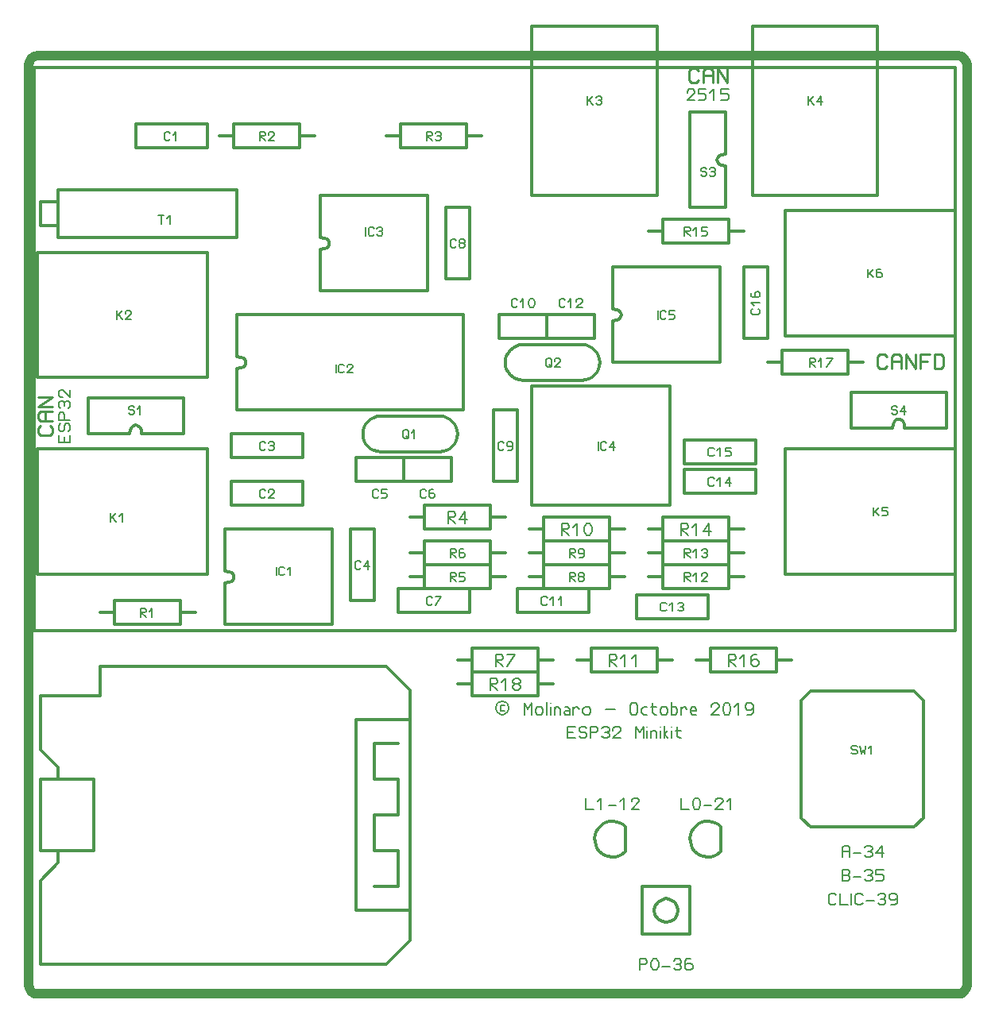
<source format=gto>
%FSLAX24Y24*%
%MOIN*%
%ADD10C,0.0060*%
%ADD11C,0.0079*%
%ADD12C,0.0099*%
%ADD13C,0.0139*%
%ADD14C,0.0394*%
D10*
G01X26761Y16130D02*
X26702Y16071D01*
X26702Y16071D02*
X26583Y16071D01*
X26583Y16071D02*
X26523Y16130D01*
X26523Y16130D02*
X26523Y16369D01*
X26523Y16369D02*
X26583Y16428D01*
X26583Y16428D02*
X26702Y16428D01*
X26702Y16428D02*
X26761Y16369D01*
X27000Y16071D02*
X27000Y16428D01*
X27000Y16428D02*
X26880Y16309D01*
X27238Y16369D02*
X27297Y16428D01*
X27297Y16428D02*
X27416Y16428D01*
X27416Y16428D02*
X27476Y16369D01*
X27476Y16369D02*
X27476Y16309D01*
X27476Y16309D02*
X27416Y16250D01*
X27416Y16250D02*
X27327Y16250D01*
X27416Y16250D02*
X27476Y16190D01*
X27476Y16190D02*
X27476Y16130D01*
X27476Y16130D02*
X27416Y16071D01*
X27416Y16071D02*
X27297Y16071D01*
X27297Y16071D02*
X27238Y16130D01*
X35202Y30071D02*
X35202Y30428D01*
X35202Y30190D02*
X35440Y30428D01*
X35261Y30250D02*
X35440Y30071D01*
X35738Y30428D02*
X35619Y30428D01*
X35619Y30428D02*
X35559Y30369D01*
X35559Y30369D02*
X35559Y30130D01*
X35559Y30130D02*
X35619Y30071D01*
X35619Y30071D02*
X35738Y30071D01*
X35738Y30071D02*
X35797Y30130D01*
X35797Y30130D02*
X35797Y30220D01*
X35797Y30220D02*
X35738Y30279D01*
X35738Y30279D02*
X35619Y30279D01*
X35619Y30279D02*
X35559Y30220D01*
X10392Y17571D02*
X10392Y17928D01*
X10750Y17630D02*
X10690Y17571D01*
X10690Y17571D02*
X10571Y17571D01*
X10571Y17571D02*
X10511Y17630D01*
X10511Y17630D02*
X10511Y17869D01*
X10511Y17869D02*
X10571Y17928D01*
X10571Y17928D02*
X10690Y17928D01*
X10690Y17928D02*
X10750Y17869D01*
X10988Y17571D02*
X10988Y17928D01*
X10988Y17928D02*
X10869Y17809D01*
X17702Y17321D02*
X17702Y17678D01*
X17702Y17678D02*
X17880Y17678D01*
X17880Y17678D02*
X17940Y17619D01*
X17940Y17619D02*
X17940Y17559D01*
X17940Y17559D02*
X17880Y17500D01*
X17880Y17500D02*
X17702Y17500D01*
X17702Y17500D02*
X17940Y17321D01*
X18059Y17678D02*
X18297Y17678D01*
X18059Y17678D02*
X18059Y17529D01*
X18059Y17529D02*
X18238Y17529D01*
X18238Y17529D02*
X18297Y17470D01*
X18297Y17470D02*
X18297Y17380D01*
X18297Y17380D02*
X18238Y17321D01*
X18238Y17321D02*
X18059Y17321D01*
X9940Y22880D02*
X9880Y22821D01*
X9880Y22821D02*
X9761Y22821D01*
X9761Y22821D02*
X9702Y22880D01*
X9702Y22880D02*
X9702Y23119D01*
X9702Y23119D02*
X9761Y23178D01*
X9761Y23178D02*
X9880Y23178D01*
X9880Y23178D02*
X9940Y23119D01*
X10059Y23119D02*
X10119Y23178D01*
X10119Y23178D02*
X10238Y23178D01*
X10238Y23178D02*
X10297Y23119D01*
X10297Y23119D02*
X10297Y23059D01*
X10297Y23059D02*
X10238Y23000D01*
X10238Y23000D02*
X10148Y23000D01*
X10238Y23000D02*
X10297Y22940D01*
X10297Y22940D02*
X10297Y22880D01*
X10297Y22880D02*
X10238Y22821D01*
X10238Y22821D02*
X10119Y22821D01*
X10119Y22821D02*
X10059Y22880D01*
X28202Y34380D02*
X28261Y34321D01*
X28261Y34321D02*
X28380Y34321D01*
X28380Y34321D02*
X28440Y34380D01*
X28440Y34380D02*
X28440Y34440D01*
X28440Y34440D02*
X28380Y34500D01*
X28380Y34500D02*
X28261Y34500D01*
X28380Y34678D02*
X28440Y34619D01*
X28261Y34678D02*
X28380Y34678D01*
X28202Y34619D02*
X28261Y34678D01*
X28202Y34559D02*
X28202Y34619D01*
X28261Y34500D02*
X28202Y34559D01*
X28559Y34619D02*
X28619Y34678D01*
X28619Y34678D02*
X28738Y34678D01*
X28738Y34678D02*
X28797Y34619D01*
X28797Y34619D02*
X28797Y34559D01*
X28797Y34559D02*
X28738Y34500D01*
X28738Y34500D02*
X28648Y34500D01*
X28738Y34500D02*
X28797Y34440D01*
X28797Y34440D02*
X28797Y34380D01*
X28797Y34380D02*
X28738Y34321D01*
X28738Y34321D02*
X28619Y34321D01*
X28619Y34321D02*
X28559Y34380D01*
X16702Y35821D02*
X16702Y36178D01*
X16702Y36178D02*
X16880Y36178D01*
X16880Y36178D02*
X16940Y36119D01*
X16940Y36119D02*
X16940Y36059D01*
X16940Y36059D02*
X16880Y36000D01*
X16880Y36000D02*
X16702Y36000D01*
X16702Y36000D02*
X16940Y35821D01*
X17059Y36119D02*
X17119Y36178D01*
X17119Y36178D02*
X17238Y36178D01*
X17238Y36178D02*
X17297Y36119D01*
X17297Y36119D02*
X17297Y36059D01*
X17297Y36059D02*
X17238Y36000D01*
X17238Y36000D02*
X17148Y36000D01*
X17238Y36000D02*
X17297Y35940D01*
X17297Y35940D02*
X17297Y35880D01*
X17297Y35880D02*
X17238Y35821D01*
X17238Y35821D02*
X17119Y35821D01*
X17119Y35821D02*
X17059Y35880D01*
X5940Y35880D02*
X5880Y35821D01*
X5880Y35821D02*
X5761Y35821D01*
X5761Y35821D02*
X5702Y35880D01*
X5702Y35880D02*
X5702Y36119D01*
X5702Y36119D02*
X5761Y36178D01*
X5761Y36178D02*
X5880Y36178D01*
X5880Y36178D02*
X5940Y36119D01*
X6178Y35821D02*
X6178Y36178D01*
X6178Y36178D02*
X6059Y36059D01*
X5571Y32321D02*
X5571Y32678D01*
X5452Y32678D02*
X5690Y32678D01*
X5928Y32321D02*
X5928Y32678D01*
X5928Y32678D02*
X5809Y32559D01*
X27523Y18321D02*
X27523Y18678D01*
X27523Y18678D02*
X27702Y18678D01*
X27702Y18678D02*
X27761Y18619D01*
X27761Y18619D02*
X27761Y18559D01*
X27761Y18559D02*
X27702Y18500D01*
X27702Y18500D02*
X27523Y18500D01*
X27523Y18500D02*
X27761Y18321D01*
X28000Y18321D02*
X28000Y18678D01*
X28000Y18678D02*
X27880Y18559D01*
X28238Y18619D02*
X28297Y18678D01*
X28297Y18678D02*
X28416Y18678D01*
X28416Y18678D02*
X28476Y18619D01*
X28476Y18619D02*
X28476Y18559D01*
X28476Y18559D02*
X28416Y18500D01*
X28416Y18500D02*
X28327Y18500D01*
X28416Y18500D02*
X28476Y18440D01*
X28476Y18440D02*
X28476Y18380D01*
X28476Y18380D02*
X28416Y18321D01*
X28416Y18321D02*
X28297Y18321D01*
X28297Y18321D02*
X28238Y18380D01*
X23892Y22821D02*
X23892Y23178D01*
X24250Y22880D02*
X24190Y22821D01*
X24190Y22821D02*
X24071Y22821D01*
X24071Y22821D02*
X24011Y22880D01*
X24011Y22880D02*
X24011Y23119D01*
X24011Y23119D02*
X24071Y23178D01*
X24071Y23178D02*
X24190Y23178D01*
X24190Y23178D02*
X24250Y23119D01*
X24547Y22821D02*
X24547Y23178D01*
X24547Y23178D02*
X24369Y22940D01*
X24369Y22940D02*
X24607Y22940D01*
X17702Y18321D02*
X17702Y18678D01*
X17702Y18678D02*
X17880Y18678D01*
X17880Y18678D02*
X17940Y18619D01*
X17940Y18619D02*
X17940Y18559D01*
X17940Y18559D02*
X17880Y18500D01*
X17880Y18500D02*
X17702Y18500D01*
X17702Y18500D02*
X17940Y18321D01*
X18238Y18678D02*
X18119Y18678D01*
X18119Y18678D02*
X18059Y18619D01*
X18059Y18619D02*
X18059Y18380D01*
X18059Y18380D02*
X18119Y18321D01*
X18119Y18321D02*
X18238Y18321D01*
X18238Y18321D02*
X18297Y18380D01*
X18297Y18380D02*
X18297Y18470D01*
X18297Y18470D02*
X18238Y18529D01*
X18238Y18529D02*
X18119Y18529D01*
X18119Y18529D02*
X18059Y18470D01*
X4702Y15821D02*
X4702Y16178D01*
X4702Y16178D02*
X4880Y16178D01*
X4880Y16178D02*
X4940Y16119D01*
X4940Y16119D02*
X4940Y16059D01*
X4940Y16059D02*
X4880Y16000D01*
X4880Y16000D02*
X4702Y16000D01*
X4702Y16000D02*
X4940Y15821D01*
X5178Y15821D02*
X5178Y16178D01*
X5178Y16178D02*
X5059Y16059D01*
X22702Y17321D02*
X22702Y17678D01*
X22702Y17678D02*
X22880Y17678D01*
X22880Y17678D02*
X22940Y17619D01*
X22940Y17619D02*
X22940Y17559D01*
X22940Y17559D02*
X22880Y17500D01*
X22880Y17500D02*
X22702Y17500D01*
X22702Y17500D02*
X22940Y17321D01*
X23119Y17321D02*
X23059Y17380D01*
X23059Y17380D02*
X23059Y17440D01*
X23059Y17440D02*
X23119Y17500D01*
X23119Y17500D02*
X23238Y17500D01*
X23238Y17500D02*
X23297Y17559D01*
X23297Y17559D02*
X23297Y17619D01*
X23297Y17619D02*
X23238Y17678D01*
X23238Y17678D02*
X23119Y17678D01*
X23119Y17678D02*
X23059Y17619D01*
X23059Y17619D02*
X23059Y17559D01*
X23059Y17559D02*
X23119Y17500D01*
X23238Y17500D02*
X23297Y17440D01*
X23297Y17440D02*
X23297Y17380D01*
X23297Y17380D02*
X23238Y17321D01*
X23238Y17321D02*
X23119Y17321D01*
X32702Y37321D02*
X32702Y37678D01*
X32702Y37440D02*
X32940Y37678D01*
X32761Y37500D02*
X32940Y37321D01*
X33238Y37321D02*
X33238Y37678D01*
X33238Y37678D02*
X33059Y37440D01*
X33059Y37440D02*
X33297Y37440D01*
X16690Y20880D02*
X16630Y20821D01*
X16630Y20821D02*
X16511Y20821D01*
X16511Y20821D02*
X16452Y20880D01*
X16452Y20880D02*
X16452Y21119D01*
X16452Y21119D02*
X16511Y21178D01*
X16511Y21178D02*
X16630Y21178D01*
X16630Y21178D02*
X16690Y21119D01*
X16988Y21178D02*
X16869Y21178D01*
X16869Y21178D02*
X16809Y21119D01*
X16809Y21119D02*
X16809Y20880D01*
X16809Y20880D02*
X16869Y20821D01*
X16869Y20821D02*
X16988Y20821D01*
X16988Y20821D02*
X17047Y20880D01*
X17047Y20880D02*
X17047Y20970D01*
X17047Y20970D02*
X16988Y21029D01*
X16988Y21029D02*
X16869Y21029D01*
X16869Y21029D02*
X16809Y20970D01*
X9940Y20880D02*
X9880Y20821D01*
X9880Y20821D02*
X9761Y20821D01*
X9761Y20821D02*
X9702Y20880D01*
X9702Y20880D02*
X9702Y21119D01*
X9702Y21119D02*
X9761Y21178D01*
X9761Y21178D02*
X9880Y21178D01*
X9880Y21178D02*
X9940Y21119D01*
X10059Y21059D02*
X10059Y21119D01*
X10059Y21119D02*
X10119Y21178D01*
X10119Y21178D02*
X10238Y21178D01*
X10238Y21178D02*
X10297Y21119D01*
X10297Y21119D02*
X10297Y21059D01*
X10297Y21059D02*
X10059Y20821D01*
X10059Y20821D02*
X10297Y20821D01*
X3702Y28321D02*
X3702Y28678D01*
X3702Y28440D02*
X3940Y28678D01*
X3761Y28500D02*
X3940Y28321D01*
X4059Y28559D02*
X4059Y28619D01*
X4059Y28619D02*
X4119Y28678D01*
X4119Y28678D02*
X4238Y28678D01*
X4238Y28678D02*
X4297Y28619D01*
X4297Y28619D02*
X4297Y28559D01*
X4297Y28559D02*
X4059Y28321D01*
X4059Y28321D02*
X4297Y28321D01*
X27523Y31821D02*
X27523Y32178D01*
X27523Y32178D02*
X27702Y32178D01*
X27702Y32178D02*
X27761Y32119D01*
X27761Y32119D02*
X27761Y32059D01*
X27761Y32059D02*
X27702Y32000D01*
X27702Y32000D02*
X27523Y32000D01*
X27523Y32000D02*
X27761Y31821D01*
X28000Y31821D02*
X28000Y32178D01*
X28000Y32178D02*
X27880Y32059D01*
X28238Y32178D02*
X28476Y32178D01*
X28238Y32178D02*
X28238Y32029D01*
X28238Y32029D02*
X28416Y32029D01*
X28416Y32029D02*
X28476Y31970D01*
X28476Y31970D02*
X28476Y31880D01*
X28476Y31880D02*
X28416Y31821D01*
X28416Y31821D02*
X28238Y31821D01*
X15702Y23380D02*
X15702Y23619D01*
X15702Y23619D02*
X15761Y23678D01*
X15761Y23678D02*
X15880Y23678D01*
X15880Y23678D02*
X15940Y23619D01*
X15940Y23619D02*
X15940Y23380D01*
X15940Y23380D02*
X15880Y23321D01*
X15880Y23321D02*
X15761Y23321D01*
X15761Y23321D02*
X15702Y23380D01*
X15851Y23410D02*
X15940Y23321D01*
X16178Y23321D02*
X16178Y23678D01*
X16178Y23678D02*
X16059Y23559D01*
X4202Y24380D02*
X4261Y24321D01*
X4261Y24321D02*
X4380Y24321D01*
X4380Y24321D02*
X4440Y24380D01*
X4440Y24380D02*
X4440Y24440D01*
X4440Y24440D02*
X4380Y24500D01*
X4380Y24500D02*
X4261Y24500D01*
X4380Y24678D02*
X4440Y24619D01*
X4261Y24678D02*
X4380Y24678D01*
X4202Y24619D02*
X4261Y24678D01*
X4202Y24559D02*
X4202Y24619D01*
X4261Y24500D02*
X4202Y24559D01*
X4678Y24321D02*
X4678Y24678D01*
X4678Y24678D02*
X4559Y24559D01*
X26392Y28321D02*
X26392Y28678D01*
X26750Y28380D02*
X26690Y28321D01*
X26690Y28321D02*
X26571Y28321D01*
X26571Y28321D02*
X26511Y28380D01*
X26511Y28380D02*
X26511Y28619D01*
X26511Y28619D02*
X26571Y28678D01*
X26571Y28678D02*
X26690Y28678D01*
X26690Y28678D02*
X26750Y28619D01*
X26869Y28678D02*
X27107Y28678D01*
X26869Y28678D02*
X26869Y28529D01*
X26869Y28529D02*
X27047Y28529D01*
X27047Y28529D02*
X27107Y28470D01*
X27107Y28470D02*
X27107Y28380D01*
X27107Y28380D02*
X27047Y28321D01*
X27047Y28321D02*
X26869Y28321D01*
X12892Y26071D02*
X12892Y26428D01*
X13250Y26130D02*
X13190Y26071D01*
X13190Y26071D02*
X13071Y26071D01*
X13071Y26071D02*
X13011Y26130D01*
X13011Y26130D02*
X13011Y26369D01*
X13011Y26369D02*
X13071Y26428D01*
X13071Y26428D02*
X13190Y26428D01*
X13190Y26428D02*
X13250Y26369D01*
X13369Y26309D02*
X13369Y26369D01*
X13369Y26369D02*
X13428Y26428D01*
X13428Y26428D02*
X13547Y26428D01*
X13547Y26428D02*
X13607Y26369D01*
X13607Y26369D02*
X13607Y26309D01*
X13607Y26309D02*
X13369Y26071D01*
X13369Y26071D02*
X13607Y26071D01*
X21702Y26380D02*
X21702Y26619D01*
X21702Y26619D02*
X21761Y26678D01*
X21761Y26678D02*
X21880Y26678D01*
X21880Y26678D02*
X21940Y26619D01*
X21940Y26619D02*
X21940Y26380D01*
X21940Y26380D02*
X21880Y26321D01*
X21880Y26321D02*
X21761Y26321D01*
X21761Y26321D02*
X21702Y26380D01*
X21851Y26410D02*
X21940Y26321D01*
X22059Y26559D02*
X22059Y26619D01*
X22059Y26619D02*
X22119Y26678D01*
X22119Y26678D02*
X22238Y26678D01*
X22238Y26678D02*
X22297Y26619D01*
X22297Y26619D02*
X22297Y26559D01*
X22297Y26559D02*
X22059Y26321D01*
X22059Y26321D02*
X22297Y26321D01*
X21761Y16380D02*
X21702Y16321D01*
X21702Y16321D02*
X21583Y16321D01*
X21583Y16321D02*
X21523Y16380D01*
X21523Y16380D02*
X21523Y16619D01*
X21523Y16619D02*
X21583Y16678D01*
X21583Y16678D02*
X21702Y16678D01*
X21702Y16678D02*
X21761Y16619D01*
X22000Y16321D02*
X22000Y16678D01*
X22000Y16678D02*
X21880Y16559D01*
X22357Y16321D02*
X22357Y16678D01*
X22357Y16678D02*
X22238Y16559D01*
X27523Y17321D02*
X27523Y17678D01*
X27523Y17678D02*
X27702Y17678D01*
X27702Y17678D02*
X27761Y17619D01*
X27761Y17619D02*
X27761Y17559D01*
X27761Y17559D02*
X27702Y17500D01*
X27702Y17500D02*
X27523Y17500D01*
X27523Y17500D02*
X27761Y17321D01*
X28000Y17321D02*
X28000Y17678D01*
X28000Y17678D02*
X27880Y17559D01*
X28238Y17559D02*
X28238Y17619D01*
X28238Y17619D02*
X28297Y17678D01*
X28297Y17678D02*
X28416Y17678D01*
X28416Y17678D02*
X28476Y17619D01*
X28476Y17619D02*
X28476Y17559D01*
X28476Y17559D02*
X28238Y17321D01*
X28238Y17321D02*
X28476Y17321D01*
X14690Y20880D02*
X14630Y20821D01*
X14630Y20821D02*
X14511Y20821D01*
X14511Y20821D02*
X14452Y20880D01*
X14452Y20880D02*
X14452Y21119D01*
X14452Y21119D02*
X14511Y21178D01*
X14511Y21178D02*
X14630Y21178D01*
X14630Y21178D02*
X14690Y21119D01*
X14809Y21178D02*
X15047Y21178D01*
X14809Y21178D02*
X14809Y21029D01*
X14809Y21029D02*
X14988Y21029D01*
X14988Y21029D02*
X15047Y20970D01*
X15047Y20970D02*
X15047Y20880D01*
X15047Y20880D02*
X14988Y20821D01*
X14988Y20821D02*
X14809Y20821D01*
X19940Y22880D02*
X19880Y22821D01*
X19880Y22821D02*
X19761Y22821D01*
X19761Y22821D02*
X19702Y22880D01*
X19702Y22880D02*
X19702Y23119D01*
X19702Y23119D02*
X19761Y23178D01*
X19761Y23178D02*
X19880Y23178D01*
X19880Y23178D02*
X19940Y23119D01*
X20119Y22821D02*
X20238Y22821D01*
X20238Y22821D02*
X20297Y22880D01*
X20297Y22880D02*
X20297Y23119D01*
X20297Y23119D02*
X20238Y23178D01*
X20238Y23178D02*
X20119Y23178D01*
X20119Y23178D02*
X20059Y23119D01*
X20059Y23119D02*
X20059Y23029D01*
X20059Y23029D02*
X20119Y22970D01*
X20119Y22970D02*
X20238Y22970D01*
X20238Y22970D02*
X20297Y23029D01*
X32773Y26321D02*
X32773Y26678D01*
X32773Y26678D02*
X32952Y26678D01*
X32952Y26678D02*
X33011Y26619D01*
X33011Y26619D02*
X33011Y26559D01*
X33011Y26559D02*
X32952Y26500D01*
X32952Y26500D02*
X32773Y26500D01*
X32773Y26500D02*
X33011Y26321D01*
X33250Y26321D02*
X33250Y26678D01*
X33250Y26678D02*
X33130Y26559D01*
X33488Y26678D02*
X33726Y26678D01*
X33726Y26678D02*
X33488Y26321D01*
X3452Y19821D02*
X3452Y20178D01*
X3452Y19940D02*
X3690Y20178D01*
X3511Y20000D02*
X3690Y19821D01*
X3928Y19821D02*
X3928Y20178D01*
X3928Y20178D02*
X3809Y20059D01*
X20511Y28880D02*
X20452Y28821D01*
X20452Y28821D02*
X20333Y28821D01*
X20333Y28821D02*
X20273Y28880D01*
X20273Y28880D02*
X20273Y29119D01*
X20273Y29119D02*
X20333Y29178D01*
X20333Y29178D02*
X20452Y29178D01*
X20452Y29178D02*
X20511Y29119D01*
X20750Y28821D02*
X20750Y29178D01*
X20750Y29178D02*
X20630Y29059D01*
X21047Y28821D02*
X20988Y28940D01*
X20988Y28940D02*
X20988Y29059D01*
X20988Y29059D02*
X21047Y29178D01*
X21047Y29178D02*
X21166Y29178D01*
X21166Y29178D02*
X21226Y29059D01*
X21226Y29059D02*
X21226Y28940D01*
X21226Y28940D02*
X21166Y28821D01*
X21166Y28821D02*
X21047Y28821D01*
X16940Y16380D02*
X16880Y16321D01*
X16880Y16321D02*
X16761Y16321D01*
X16761Y16321D02*
X16702Y16380D01*
X16702Y16380D02*
X16702Y16619D01*
X16702Y16619D02*
X16761Y16678D01*
X16761Y16678D02*
X16880Y16678D01*
X16880Y16678D02*
X16940Y16619D01*
X17059Y16678D02*
X17297Y16678D01*
X17297Y16678D02*
X17059Y16321D01*
X36202Y24380D02*
X36261Y24321D01*
X36261Y24321D02*
X36380Y24321D01*
X36380Y24321D02*
X36440Y24380D01*
X36440Y24380D02*
X36440Y24440D01*
X36440Y24440D02*
X36380Y24500D01*
X36380Y24500D02*
X36261Y24500D01*
X36380Y24678D02*
X36440Y24619D01*
X36261Y24678D02*
X36380Y24678D01*
X36202Y24619D02*
X36261Y24678D01*
X36202Y24559D02*
X36202Y24619D01*
X36261Y24500D02*
X36202Y24559D01*
X36738Y24321D02*
X36738Y24678D01*
X36738Y24678D02*
X36559Y24440D01*
X36559Y24440D02*
X36797Y24440D01*
X28761Y22630D02*
X28702Y22571D01*
X28702Y22571D02*
X28583Y22571D01*
X28583Y22571D02*
X28523Y22630D01*
X28523Y22630D02*
X28523Y22869D01*
X28523Y22869D02*
X28583Y22928D01*
X28583Y22928D02*
X28702Y22928D01*
X28702Y22928D02*
X28761Y22869D01*
X29000Y22571D02*
X29000Y22928D01*
X29000Y22928D02*
X28880Y22809D01*
X29238Y22928D02*
X29476Y22928D01*
X29238Y22928D02*
X29238Y22779D01*
X29238Y22779D02*
X29416Y22779D01*
X29416Y22779D02*
X29476Y22720D01*
X29476Y22720D02*
X29476Y22630D01*
X29476Y22630D02*
X29416Y22571D01*
X29416Y22571D02*
X29238Y22571D01*
X13940Y17880D02*
X13880Y17821D01*
X13880Y17821D02*
X13761Y17821D01*
X13761Y17821D02*
X13702Y17880D01*
X13702Y17880D02*
X13702Y18119D01*
X13702Y18119D02*
X13761Y18178D01*
X13761Y18178D02*
X13880Y18178D01*
X13880Y18178D02*
X13940Y18119D01*
X14238Y17821D02*
X14238Y18178D01*
X14238Y18178D02*
X14059Y17940D01*
X14059Y17940D02*
X14297Y17940D01*
X14142Y31821D02*
X14142Y32178D01*
X14500Y31880D02*
X14440Y31821D01*
X14440Y31821D02*
X14321Y31821D01*
X14321Y31821D02*
X14261Y31880D01*
X14261Y31880D02*
X14261Y32119D01*
X14261Y32119D02*
X14321Y32178D01*
X14321Y32178D02*
X14440Y32178D01*
X14440Y32178D02*
X14500Y32119D01*
X14619Y32119D02*
X14678Y32178D01*
X14678Y32178D02*
X14797Y32178D01*
X14797Y32178D02*
X14857Y32119D01*
X14857Y32119D02*
X14857Y32059D01*
X14857Y32059D02*
X14797Y32000D01*
X14797Y32000D02*
X14708Y32000D01*
X14797Y32000D02*
X14857Y31940D01*
X14857Y31940D02*
X14857Y31880D01*
X14857Y31880D02*
X14797Y31821D01*
X14797Y31821D02*
X14678Y31821D01*
X14678Y31821D02*
X14619Y31880D01*
X30619Y28761D02*
X30678Y28702D01*
X30678Y28702D02*
X30678Y28583D01*
X30678Y28583D02*
X30619Y28523D01*
X30619Y28523D02*
X30380Y28523D01*
X30380Y28523D02*
X30321Y28583D01*
X30321Y28583D02*
X30321Y28702D01*
X30321Y28702D02*
X30380Y28761D01*
X30678Y29000D02*
X30321Y29000D01*
X30321Y29000D02*
X30440Y28880D01*
X30321Y29416D02*
X30321Y29297D01*
X30321Y29297D02*
X30380Y29238D01*
X30380Y29238D02*
X30619Y29238D01*
X30619Y29238D02*
X30678Y29297D01*
X30678Y29297D02*
X30678Y29416D01*
X30678Y29416D02*
X30619Y29476D01*
X30619Y29476D02*
X30529Y29476D01*
X30529Y29476D02*
X30470Y29416D01*
X30470Y29416D02*
X30470Y29297D01*
X30470Y29297D02*
X30529Y29238D01*
X35452Y20071D02*
X35452Y20428D01*
X35452Y20190D02*
X35690Y20428D01*
X35511Y20250D02*
X35690Y20071D01*
X35809Y20428D02*
X36047Y20428D01*
X35809Y20428D02*
X35809Y20279D01*
X35809Y20279D02*
X35988Y20279D01*
X35988Y20279D02*
X36047Y20220D01*
X36047Y20220D02*
X36047Y20130D01*
X36047Y20130D02*
X35988Y20071D01*
X35988Y20071D02*
X35809Y20071D01*
X28761Y21380D02*
X28702Y21321D01*
X28702Y21321D02*
X28583Y21321D01*
X28583Y21321D02*
X28523Y21380D01*
X28523Y21380D02*
X28523Y21619D01*
X28523Y21619D02*
X28583Y21678D01*
X28583Y21678D02*
X28702Y21678D01*
X28702Y21678D02*
X28761Y21619D01*
X29000Y21321D02*
X29000Y21678D01*
X29000Y21678D02*
X28880Y21559D01*
X29416Y21321D02*
X29416Y21678D01*
X29416Y21678D02*
X29238Y21440D01*
X29238Y21440D02*
X29476Y21440D01*
X22702Y18321D02*
X22702Y18678D01*
X22702Y18678D02*
X22880Y18678D01*
X22880Y18678D02*
X22940Y18619D01*
X22940Y18619D02*
X22940Y18559D01*
X22940Y18559D02*
X22880Y18500D01*
X22880Y18500D02*
X22702Y18500D01*
X22702Y18500D02*
X22940Y18321D01*
X23119Y18321D02*
X23238Y18321D01*
X23238Y18321D02*
X23297Y18380D01*
X23297Y18380D02*
X23297Y18619D01*
X23297Y18619D02*
X23238Y18678D01*
X23238Y18678D02*
X23119Y18678D01*
X23119Y18678D02*
X23059Y18619D01*
X23059Y18619D02*
X23059Y18529D01*
X23059Y18529D02*
X23119Y18470D01*
X23119Y18470D02*
X23238Y18470D01*
X23238Y18470D02*
X23297Y18529D01*
X9702Y35821D02*
X9702Y36178D01*
X9702Y36178D02*
X9880Y36178D01*
X9880Y36178D02*
X9940Y36119D01*
X9940Y36119D02*
X9940Y36059D01*
X9940Y36059D02*
X9880Y36000D01*
X9880Y36000D02*
X9702Y36000D01*
X9702Y36000D02*
X9940Y35821D01*
X10059Y36059D02*
X10059Y36119D01*
X10059Y36119D02*
X10119Y36178D01*
X10119Y36178D02*
X10238Y36178D01*
X10238Y36178D02*
X10297Y36119D01*
X10297Y36119D02*
X10297Y36059D01*
X10297Y36059D02*
X10059Y35821D01*
X10059Y35821D02*
X10297Y35821D01*
X34523Y10130D02*
X34583Y10071D01*
X34583Y10071D02*
X34702Y10071D01*
X34702Y10071D02*
X34761Y10130D01*
X34761Y10130D02*
X34761Y10190D01*
X34761Y10190D02*
X34702Y10250D01*
X34702Y10250D02*
X34583Y10250D01*
X34702Y10428D02*
X34761Y10369D01*
X34583Y10428D02*
X34702Y10428D01*
X34523Y10369D02*
X34583Y10428D01*
X34523Y10309D02*
X34523Y10369D01*
X34583Y10250D02*
X34523Y10309D01*
X34880Y10428D02*
X34940Y10071D01*
X34940Y10071D02*
X35000Y10250D01*
X35000Y10250D02*
X35059Y10071D01*
X35059Y10071D02*
X35119Y10428D01*
X35357Y10071D02*
X35357Y10428D01*
X35357Y10428D02*
X35238Y10309D01*
X23452Y37321D02*
X23452Y37678D01*
X23452Y37440D02*
X23690Y37678D01*
X23511Y37500D02*
X23690Y37321D01*
X23809Y37619D02*
X23869Y37678D01*
X23869Y37678D02*
X23988Y37678D01*
X23988Y37678D02*
X24047Y37619D01*
X24047Y37619D02*
X24047Y37559D01*
X24047Y37559D02*
X23988Y37500D01*
X23988Y37500D02*
X23898Y37500D01*
X23988Y37500D02*
X24047Y37440D01*
X24047Y37440D02*
X24047Y37380D01*
X24047Y37380D02*
X23988Y37321D01*
X23988Y37321D02*
X23869Y37321D01*
X23869Y37321D02*
X23809Y37380D01*
X22511Y28880D02*
X22452Y28821D01*
X22452Y28821D02*
X22333Y28821D01*
X22333Y28821D02*
X22273Y28880D01*
X22273Y28880D02*
X22273Y29119D01*
X22273Y29119D02*
X22333Y29178D01*
X22333Y29178D02*
X22452Y29178D01*
X22452Y29178D02*
X22511Y29119D01*
X22750Y28821D02*
X22750Y29178D01*
X22750Y29178D02*
X22630Y29059D01*
X22988Y29059D02*
X22988Y29119D01*
X22988Y29119D02*
X23047Y29178D01*
X23047Y29178D02*
X23166Y29178D01*
X23166Y29178D02*
X23226Y29119D01*
X23226Y29119D02*
X23226Y29059D01*
X23226Y29059D02*
X22988Y28821D01*
X22988Y28821D02*
X23226Y28821D01*
X17940Y31380D02*
X17880Y31321D01*
X17880Y31321D02*
X17761Y31321D01*
X17761Y31321D02*
X17702Y31380D01*
X17702Y31380D02*
X17702Y31619D01*
X17702Y31619D02*
X17761Y31678D01*
X17761Y31678D02*
X17880Y31678D01*
X17880Y31678D02*
X17940Y31619D01*
X18119Y31321D02*
X18059Y31380D01*
X18059Y31380D02*
X18059Y31440D01*
X18059Y31440D02*
X18119Y31500D01*
X18119Y31500D02*
X18238Y31500D01*
X18238Y31500D02*
X18297Y31559D01*
X18297Y31559D02*
X18297Y31619D01*
X18297Y31619D02*
X18238Y31678D01*
X18238Y31678D02*
X18119Y31678D01*
X18119Y31678D02*
X18059Y31619D01*
X18059Y31619D02*
X18059Y31559D01*
X18059Y31559D02*
X18119Y31500D01*
X18238Y31500D02*
X18297Y31440D01*
X18297Y31440D02*
X18297Y31380D01*
X18297Y31380D02*
X18238Y31321D01*
X18238Y31321D02*
X18119Y31321D01*
D11*
G01X17603Y19761D02*
X17603Y20238D01*
X17603Y20238D02*
X17841Y20238D01*
X17841Y20238D02*
X17920Y20158D01*
X17920Y20158D02*
X17920Y20079D01*
X17920Y20079D02*
X17841Y20000D01*
X17841Y20000D02*
X17603Y20000D01*
X17603Y20000D02*
X17920Y19761D01*
X18317Y19761D02*
X18317Y20238D01*
X18317Y20238D02*
X18079Y19920D01*
X18079Y19920D02*
X18396Y19920D01*
X27365Y19261D02*
X27365Y19738D01*
X27365Y19738D02*
X27603Y19738D01*
X27603Y19738D02*
X27682Y19658D01*
X27682Y19658D02*
X27682Y19579D01*
X27682Y19579D02*
X27603Y19500D01*
X27603Y19500D02*
X27365Y19500D01*
X27365Y19500D02*
X27682Y19261D01*
X28000Y19261D02*
X28000Y19738D01*
X28000Y19738D02*
X27841Y19579D01*
X28555Y19261D02*
X28555Y19738D01*
X28555Y19738D02*
X28317Y19420D01*
X28317Y19420D02*
X28634Y19420D01*
X22365Y19261D02*
X22365Y19738D01*
X22365Y19738D02*
X22603Y19738D01*
X22603Y19738D02*
X22682Y19658D01*
X22682Y19658D02*
X22682Y19579D01*
X22682Y19579D02*
X22603Y19500D01*
X22603Y19500D02*
X22365Y19500D01*
X22365Y19500D02*
X22682Y19261D01*
X23000Y19261D02*
X23000Y19738D01*
X23000Y19738D02*
X22841Y19579D01*
X23396Y19261D02*
X23317Y19420D01*
X23317Y19420D02*
X23317Y19579D01*
X23317Y19579D02*
X23396Y19738D01*
X23396Y19738D02*
X23555Y19738D01*
X23555Y19738D02*
X23634Y19579D01*
X23634Y19579D02*
X23634Y19420D01*
X23634Y19420D02*
X23555Y19261D01*
X23555Y19261D02*
X23396Y19261D01*
X19603Y13761D02*
X19603Y14238D01*
X19603Y14238D02*
X19841Y14238D01*
X19841Y14238D02*
X19920Y14158D01*
X19920Y14158D02*
X19920Y14079D01*
X19920Y14079D02*
X19841Y14000D01*
X19841Y14000D02*
X19603Y14000D01*
X19603Y14000D02*
X19920Y13761D01*
X20079Y14238D02*
X20396Y14238D01*
X20396Y14238D02*
X20079Y13761D01*
X24365Y13761D02*
X24365Y14238D01*
X24365Y14238D02*
X24603Y14238D01*
X24603Y14238D02*
X24682Y14158D01*
X24682Y14158D02*
X24682Y14079D01*
X24682Y14079D02*
X24603Y14000D01*
X24603Y14000D02*
X24365Y14000D01*
X24365Y14000D02*
X24682Y13761D01*
X25000Y13761D02*
X25000Y14238D01*
X25000Y14238D02*
X24841Y14079D01*
X25476Y13761D02*
X25476Y14238D01*
X25476Y14238D02*
X25317Y14079D01*
X29365Y13761D02*
X29365Y14238D01*
X29365Y14238D02*
X29603Y14238D01*
X29603Y14238D02*
X29682Y14158D01*
X29682Y14158D02*
X29682Y14079D01*
X29682Y14079D02*
X29603Y14000D01*
X29603Y14000D02*
X29365Y14000D01*
X29365Y14000D02*
X29682Y13761D01*
X30000Y13761D02*
X30000Y14238D01*
X30000Y14238D02*
X29841Y14079D01*
X30555Y14238D02*
X30396Y14238D01*
X30396Y14238D02*
X30317Y14158D01*
X30317Y14158D02*
X30317Y13841D01*
X30317Y13841D02*
X30396Y13761D01*
X30396Y13761D02*
X30555Y13761D01*
X30555Y13761D02*
X30634Y13841D01*
X30634Y13841D02*
X30634Y13960D01*
X30634Y13960D02*
X30555Y14039D01*
X30555Y14039D02*
X30396Y14039D01*
X30396Y14039D02*
X30317Y13960D01*
X19365Y12761D02*
X19365Y13238D01*
X19365Y13238D02*
X19603Y13238D01*
X19603Y13238D02*
X19682Y13158D01*
X19682Y13158D02*
X19682Y13079D01*
X19682Y13079D02*
X19603Y13000D01*
X19603Y13000D02*
X19365Y13000D01*
X19365Y13000D02*
X19682Y12761D01*
X20000Y12761D02*
X20000Y13238D01*
X20000Y13238D02*
X19841Y13079D01*
X20396Y12761D02*
X20317Y12841D01*
X20317Y12841D02*
X20317Y12920D01*
X20317Y12920D02*
X20396Y13000D01*
X20396Y13000D02*
X20555Y13000D01*
X20555Y13000D02*
X20634Y13079D01*
X20634Y13079D02*
X20634Y13158D01*
X20634Y13158D02*
X20555Y13238D01*
X20555Y13238D02*
X20396Y13238D01*
X20396Y13238D02*
X20317Y13158D01*
X20317Y13158D02*
X20317Y13079D01*
X20317Y13079D02*
X20396Y13000D01*
X20555Y13000D02*
X20634Y12920D01*
X20634Y12920D02*
X20634Y12841D01*
X20634Y12841D02*
X20555Y12761D01*
X20555Y12761D02*
X20396Y12761D01*
X34126Y4750D02*
X34365Y4750D01*
X34365Y4750D02*
X34444Y4829D01*
X34444Y4829D02*
X34444Y4908D01*
X34444Y4908D02*
X34365Y4988D01*
X34365Y4988D02*
X34126Y4988D01*
X34126Y4750D02*
X34126Y5226D01*
X34126Y5226D02*
X34365Y5226D01*
X34365Y5226D02*
X34444Y5146D01*
X34444Y5146D02*
X34444Y5067D01*
X34444Y5067D02*
X34365Y4988D01*
X34603Y4908D02*
X34920Y4908D01*
X35079Y5146D02*
X35158Y5226D01*
X35158Y5226D02*
X35317Y5226D01*
X35317Y5226D02*
X35396Y5146D01*
X35396Y5146D02*
X35396Y5067D01*
X35396Y5067D02*
X35317Y4988D01*
X35317Y4988D02*
X35198Y4988D01*
X35317Y4988D02*
X35396Y4908D01*
X35396Y4908D02*
X35396Y4829D01*
X35396Y4829D02*
X35317Y4750D01*
X35317Y4750D02*
X35158Y4750D01*
X35158Y4750D02*
X35079Y4829D01*
X35555Y5226D02*
X35873Y5226D01*
X35555Y5226D02*
X35555Y5027D01*
X35555Y5027D02*
X35793Y5027D01*
X35793Y5027D02*
X35873Y4948D01*
X35873Y4948D02*
X35873Y4829D01*
X35873Y4829D02*
X35793Y4750D01*
X35793Y4750D02*
X35555Y4750D01*
X22619Y10742D02*
X22619Y11218D01*
X22619Y11218D02*
X22936Y11218D01*
X22857Y10980D02*
X22619Y10980D01*
X22619Y10742D02*
X22936Y10742D01*
X23095Y10821D02*
X23174Y10742D01*
X23174Y10742D02*
X23333Y10742D01*
X23333Y10742D02*
X23412Y10821D01*
X23412Y10821D02*
X23412Y10900D01*
X23412Y10900D02*
X23333Y10980D01*
X23333Y10980D02*
X23174Y10980D01*
X23333Y11218D02*
X23412Y11138D01*
X23174Y11218D02*
X23333Y11218D01*
X23095Y11138D02*
X23174Y11218D01*
X23095Y11059D02*
X23095Y11138D01*
X23174Y10980D02*
X23095Y11059D01*
X23571Y10742D02*
X23571Y11218D01*
X23571Y11218D02*
X23809Y11218D01*
X23809Y11218D02*
X23888Y11138D01*
X23888Y11138D02*
X23888Y11059D01*
X23888Y11059D02*
X23809Y10980D01*
X23809Y10980D02*
X23571Y10980D01*
X24047Y11138D02*
X24126Y11218D01*
X24126Y11218D02*
X24285Y11218D01*
X24285Y11218D02*
X24365Y11138D01*
X24365Y11138D02*
X24365Y11059D01*
X24365Y11059D02*
X24285Y10980D01*
X24285Y10980D02*
X24166Y10980D01*
X24285Y10980D02*
X24365Y10900D01*
X24365Y10900D02*
X24365Y10821D01*
X24365Y10821D02*
X24285Y10742D01*
X24285Y10742D02*
X24126Y10742D01*
X24126Y10742D02*
X24047Y10821D01*
X24523Y11059D02*
X24523Y11138D01*
X24523Y11138D02*
X24603Y11218D01*
X24603Y11218D02*
X24761Y11218D01*
X24761Y11218D02*
X24841Y11138D01*
X24841Y11138D02*
X24841Y11059D01*
X24841Y11059D02*
X24523Y10742D01*
X24523Y10742D02*
X24841Y10742D01*
X25476Y10742D02*
X25476Y11218D01*
X25476Y11218D02*
X25634Y10980D01*
X25634Y10980D02*
X25793Y11218D01*
X25793Y11218D02*
X25793Y10742D01*
X25952Y10742D02*
X25952Y11059D01*
X25952Y11218D02*
X25952Y11218D01*
X26111Y10742D02*
X26111Y11059D01*
X26111Y10980D02*
X26190Y11059D01*
X26190Y11059D02*
X26269Y11059D01*
X26349Y10980D02*
X26349Y10742D01*
X26269Y11059D02*
X26349Y10980D01*
X26507Y10742D02*
X26507Y11059D01*
X26507Y11218D02*
X26507Y11218D01*
X26666Y10742D02*
X26666Y11257D01*
X26666Y10900D02*
X26825Y11059D01*
X26666Y10900D02*
X26825Y10742D01*
X26984Y10742D02*
X26984Y11059D01*
X26984Y11218D02*
X26984Y11218D01*
X27142Y11059D02*
X27380Y11059D01*
X27222Y11218D02*
X27222Y10821D01*
X27222Y10821D02*
X27301Y10742D01*
X27301Y10742D02*
X27380Y10742D01*
X25638Y1000D02*
X25638Y1476D01*
X25638Y1476D02*
X25876Y1476D01*
X25876Y1476D02*
X25956Y1396D01*
X25956Y1396D02*
X25956Y1317D01*
X25956Y1317D02*
X25876Y1238D01*
X25876Y1238D02*
X25638Y1238D01*
X26194Y1000D02*
X26115Y1158D01*
X26115Y1158D02*
X26115Y1317D01*
X26115Y1317D02*
X26194Y1476D01*
X26194Y1476D02*
X26353Y1476D01*
X26353Y1476D02*
X26432Y1317D01*
X26432Y1317D02*
X26432Y1158D01*
X26432Y1158D02*
X26353Y1000D01*
X26353Y1000D02*
X26194Y1000D01*
X26591Y1158D02*
X26908Y1158D01*
X27067Y1396D02*
X27146Y1476D01*
X27146Y1476D02*
X27305Y1476D01*
X27305Y1476D02*
X27384Y1396D01*
X27384Y1396D02*
X27384Y1317D01*
X27384Y1317D02*
X27305Y1238D01*
X27305Y1238D02*
X27186Y1238D01*
X27305Y1238D02*
X27384Y1158D01*
X27384Y1158D02*
X27384Y1079D01*
X27384Y1079D02*
X27305Y1000D01*
X27305Y1000D02*
X27146Y1000D01*
X27146Y1000D02*
X27067Y1079D01*
X27781Y1476D02*
X27623Y1476D01*
X27623Y1476D02*
X27543Y1396D01*
X27543Y1396D02*
X27543Y1079D01*
X27543Y1079D02*
X27623Y1000D01*
X27623Y1000D02*
X27781Y1000D01*
X27781Y1000D02*
X27861Y1079D01*
X27861Y1079D02*
X27861Y1198D01*
X27861Y1198D02*
X27781Y1277D01*
X27781Y1277D02*
X27623Y1277D01*
X27623Y1277D02*
X27543Y1198D01*
X27388Y8226D02*
X27388Y7750D01*
X27388Y7750D02*
X27706Y7750D01*
X27944Y7750D02*
X27865Y7908D01*
X27865Y7908D02*
X27865Y8067D01*
X27865Y8067D02*
X27944Y8226D01*
X27944Y8226D02*
X28103Y8226D01*
X28103Y8226D02*
X28182Y8067D01*
X28182Y8067D02*
X28182Y7908D01*
X28182Y7908D02*
X28103Y7750D01*
X28103Y7750D02*
X27944Y7750D01*
X28341Y7908D02*
X28658Y7908D01*
X28817Y8067D02*
X28817Y8146D01*
X28817Y8146D02*
X28896Y8226D01*
X28896Y8226D02*
X29055Y8226D01*
X29055Y8226D02*
X29134Y8146D01*
X29134Y8146D02*
X29134Y8067D01*
X29134Y8067D02*
X28817Y7750D01*
X28817Y7750D02*
X29134Y7750D01*
X29452Y7750D02*
X29452Y8226D01*
X29452Y8226D02*
X29293Y8067D01*
X34126Y5750D02*
X34126Y6146D01*
X34126Y6146D02*
X34206Y6226D01*
X34206Y6226D02*
X34365Y6226D01*
X34365Y6226D02*
X34444Y6146D01*
X34444Y6146D02*
X34444Y5750D01*
X34126Y5988D02*
X34444Y5988D01*
X34603Y5908D02*
X34920Y5908D01*
X35079Y6146D02*
X35158Y6226D01*
X35158Y6226D02*
X35317Y6226D01*
X35317Y6226D02*
X35396Y6146D01*
X35396Y6146D02*
X35396Y6067D01*
X35396Y6067D02*
X35317Y5988D01*
X35317Y5988D02*
X35198Y5988D01*
X35317Y5988D02*
X35396Y5908D01*
X35396Y5908D02*
X35396Y5829D01*
X35396Y5829D02*
X35317Y5750D01*
X35317Y5750D02*
X35158Y5750D01*
X35158Y5750D02*
X35079Y5829D01*
X35793Y5750D02*
X35793Y6226D01*
X35793Y6226D02*
X35555Y5908D01*
X35555Y5908D02*
X35873Y5908D01*
X33888Y3829D02*
X33809Y3750D01*
X33809Y3750D02*
X33650Y3750D01*
X33650Y3750D02*
X33571Y3829D01*
X33571Y3829D02*
X33571Y4146D01*
X33571Y4146D02*
X33650Y4226D01*
X33650Y4226D02*
X33809Y4226D01*
X33809Y4226D02*
X33888Y4146D01*
X34047Y4226D02*
X34047Y3750D01*
X34047Y3750D02*
X34365Y3750D01*
X34523Y3750D02*
X34523Y4226D01*
X35000Y3829D02*
X34920Y3750D01*
X34920Y3750D02*
X34761Y3750D01*
X34761Y3750D02*
X34682Y3829D01*
X34682Y3829D02*
X34682Y4146D01*
X34682Y4146D02*
X34761Y4226D01*
X34761Y4226D02*
X34920Y4226D01*
X34920Y4226D02*
X35000Y4146D01*
X35158Y3908D02*
X35476Y3908D01*
X35634Y4146D02*
X35714Y4226D01*
X35714Y4226D02*
X35873Y4226D01*
X35873Y4226D02*
X35952Y4146D01*
X35952Y4146D02*
X35952Y4067D01*
X35952Y4067D02*
X35873Y3988D01*
X35873Y3988D02*
X35753Y3988D01*
X35873Y3988D02*
X35952Y3908D01*
X35952Y3908D02*
X35952Y3829D01*
X35952Y3829D02*
X35873Y3750D01*
X35873Y3750D02*
X35714Y3750D01*
X35714Y3750D02*
X35634Y3829D01*
X36190Y3750D02*
X36349Y3750D01*
X36349Y3750D02*
X36428Y3829D01*
X36428Y3829D02*
X36428Y4146D01*
X36428Y4146D02*
X36349Y4226D01*
X36349Y4226D02*
X36190Y4226D01*
X36190Y4226D02*
X36111Y4146D01*
X36111Y4146D02*
X36111Y4027D01*
X36111Y4027D02*
X36190Y3948D01*
X36190Y3948D02*
X36349Y3948D01*
X36349Y3948D02*
X36428Y4027D01*
X23388Y8226D02*
X23388Y7750D01*
X23388Y7750D02*
X23706Y7750D01*
X24023Y7750D02*
X24023Y8226D01*
X24023Y8226D02*
X23865Y8067D01*
X24341Y7908D02*
X24658Y7908D01*
X24976Y7750D02*
X24976Y8226D01*
X24976Y8226D02*
X24817Y8067D01*
X25293Y8067D02*
X25293Y8146D01*
X25293Y8146D02*
X25373Y8226D01*
X25373Y8226D02*
X25531Y8226D01*
X25531Y8226D02*
X25611Y8146D01*
X25611Y8146D02*
X25611Y8067D01*
X25611Y8067D02*
X25293Y7750D01*
X25293Y7750D02*
X25611Y7750D01*
X19841Y11722D02*
X19682Y11801D01*
X19682Y11801D02*
X19603Y11960D01*
X19603Y11960D02*
X19603Y12039D01*
X19603Y12039D02*
X19682Y12198D01*
X19682Y12198D02*
X19841Y12277D01*
X19841Y12277D02*
X19920Y12277D01*
X19920Y12277D02*
X20079Y12198D01*
X20079Y12198D02*
X20158Y12039D01*
X20158Y12039D02*
X20158Y11960D01*
X20158Y11960D02*
X20079Y11801D01*
X20079Y11801D02*
X19920Y11722D01*
X19920Y11722D02*
X19841Y11722D01*
X19960Y11880D02*
X19801Y11880D01*
X19801Y11880D02*
X19801Y12119D01*
X19801Y12119D02*
X19960Y12119D01*
X20793Y11722D02*
X20793Y12198D01*
X20793Y12198D02*
X20952Y11960D01*
X20952Y11960D02*
X21111Y12198D01*
X21111Y12198D02*
X21111Y11722D01*
X21349Y11722D02*
X21269Y11801D01*
X21269Y11801D02*
X21269Y11960D01*
X21269Y11960D02*
X21349Y12039D01*
X21349Y12039D02*
X21507Y12039D01*
X21507Y12039D02*
X21587Y11960D01*
X21587Y11960D02*
X21587Y11801D01*
X21587Y11801D02*
X21507Y11722D01*
X21507Y11722D02*
X21349Y11722D01*
X21746Y11722D02*
X21746Y12238D01*
X21904Y11722D02*
X21904Y12039D01*
X21904Y12198D02*
X21904Y12198D01*
X22063Y11722D02*
X22063Y12039D01*
X22063Y11960D02*
X22142Y12039D01*
X22142Y12039D02*
X22222Y12039D01*
X22301Y11960D02*
X22301Y11722D01*
X22222Y12039D02*
X22301Y11960D01*
X22500Y12039D02*
X22619Y12039D01*
X22619Y12039D02*
X22698Y11960D01*
X22698Y11960D02*
X22698Y11722D01*
X22698Y11722D02*
X22500Y11722D01*
X22500Y11722D02*
X22460Y11801D01*
X22460Y11801D02*
X22500Y11880D01*
X22500Y11880D02*
X22698Y11880D01*
X22857Y11722D02*
X22857Y12039D01*
X22857Y11960D02*
X22936Y12039D01*
X22936Y12039D02*
X23015Y12039D01*
X23015Y12039D02*
X23095Y11960D01*
X23333Y11722D02*
X23253Y11801D01*
X23253Y11801D02*
X23253Y11960D01*
X23253Y11960D02*
X23333Y12039D01*
X23333Y12039D02*
X23492Y12039D01*
X23492Y12039D02*
X23571Y11960D01*
X23571Y11960D02*
X23571Y11801D01*
X23571Y11801D02*
X23492Y11722D01*
X23492Y11722D02*
X23333Y11722D01*
X24206Y11960D02*
X24603Y11960D01*
X25238Y11801D02*
X25238Y12119D01*
X25238Y12119D02*
X25317Y12198D01*
X25317Y12198D02*
X25476Y12198D01*
X25476Y12198D02*
X25555Y12119D01*
X25555Y12119D02*
X25555Y11801D01*
X25555Y11801D02*
X25476Y11722D01*
X25476Y11722D02*
X25317Y11722D01*
X25317Y11722D02*
X25238Y11801D01*
X25952Y11722D02*
X25793Y11722D01*
X25793Y11722D02*
X25714Y11801D01*
X25714Y11801D02*
X25714Y11960D01*
X25714Y11960D02*
X25793Y12039D01*
X25793Y12039D02*
X25952Y12039D01*
X26111Y12039D02*
X26349Y12039D01*
X26190Y12198D02*
X26190Y11801D01*
X26190Y11801D02*
X26269Y11722D01*
X26269Y11722D02*
X26349Y11722D01*
X26587Y11722D02*
X26507Y11801D01*
X26507Y11801D02*
X26507Y11960D01*
X26507Y11960D02*
X26587Y12039D01*
X26587Y12039D02*
X26746Y12039D01*
X26746Y12039D02*
X26825Y11960D01*
X26825Y11960D02*
X26825Y11801D01*
X26825Y11801D02*
X26746Y11722D01*
X26746Y11722D02*
X26587Y11722D01*
X26984Y11722D02*
X26984Y12238D01*
X26984Y12039D02*
X27142Y12039D01*
X27142Y12039D02*
X27222Y11960D01*
X27222Y11960D02*
X27222Y11801D01*
X27222Y11801D02*
X27142Y11722D01*
X27142Y11722D02*
X26984Y11722D01*
X27380Y11722D02*
X27380Y12039D01*
X27380Y11960D02*
X27460Y12039D01*
X27460Y12039D02*
X27539Y12039D01*
X27539Y12039D02*
X27619Y11960D01*
X27777Y11880D02*
X28015Y11880D01*
X28015Y11880D02*
X28015Y11960D01*
X28015Y11960D02*
X27936Y12039D01*
X27936Y12039D02*
X27857Y12039D01*
X27857Y12039D02*
X27777Y11960D01*
X27777Y11960D02*
X27777Y11801D01*
X27777Y11801D02*
X27857Y11722D01*
X27857Y11722D02*
X28015Y11722D01*
X28650Y12039D02*
X28650Y12119D01*
X28650Y12119D02*
X28730Y12198D01*
X28730Y12198D02*
X28888Y12198D01*
X28888Y12198D02*
X28968Y12119D01*
X28968Y12119D02*
X28968Y12039D01*
X28968Y12039D02*
X28650Y11722D01*
X28650Y11722D02*
X28968Y11722D01*
X29206Y11722D02*
X29126Y11880D01*
X29126Y11880D02*
X29126Y12039D01*
X29126Y12039D02*
X29206Y12198D01*
X29206Y12198D02*
X29365Y12198D01*
X29365Y12198D02*
X29444Y12039D01*
X29444Y12039D02*
X29444Y11880D01*
X29444Y11880D02*
X29365Y11722D01*
X29365Y11722D02*
X29206Y11722D01*
X29761Y11722D02*
X29761Y12198D01*
X29761Y12198D02*
X29603Y12039D01*
X30158Y11722D02*
X30317Y11722D01*
X30317Y11722D02*
X30396Y11801D01*
X30396Y11801D02*
X30396Y12119D01*
X30396Y12119D02*
X30317Y12198D01*
X30317Y12198D02*
X30158Y12198D01*
X30158Y12198D02*
X30079Y12119D01*
X30079Y12119D02*
X30079Y12000D01*
X30079Y12000D02*
X30158Y11920D01*
X30158Y11920D02*
X30317Y11920D01*
X30317Y11920D02*
X30396Y12000D01*
X1750Y23138D02*
X1273Y23138D01*
X1273Y23138D02*
X1273Y23456D01*
X1511Y23376D02*
X1511Y23138D01*
X1750Y23138D02*
X1750Y23456D01*
X1670Y23615D02*
X1750Y23694D01*
X1750Y23694D02*
X1750Y23853D01*
X1750Y23853D02*
X1670Y23932D01*
X1670Y23932D02*
X1591Y23932D01*
X1591Y23932D02*
X1511Y23853D01*
X1511Y23853D02*
X1511Y23694D01*
X1273Y23853D02*
X1353Y23932D01*
X1273Y23694D02*
X1273Y23853D01*
X1353Y23615D02*
X1273Y23694D01*
X1432Y23615D02*
X1353Y23615D01*
X1511Y23694D02*
X1432Y23615D01*
X1750Y24091D02*
X1273Y24091D01*
X1273Y24091D02*
X1273Y24329D01*
X1273Y24329D02*
X1353Y24408D01*
X1353Y24408D02*
X1432Y24408D01*
X1432Y24408D02*
X1511Y24329D01*
X1511Y24329D02*
X1511Y24091D01*
X1353Y24567D02*
X1273Y24646D01*
X1273Y24646D02*
X1273Y24805D01*
X1273Y24805D02*
X1353Y24884D01*
X1353Y24884D02*
X1432Y24884D01*
X1432Y24884D02*
X1511Y24805D01*
X1511Y24805D02*
X1511Y24686D01*
X1511Y24805D02*
X1591Y24884D01*
X1591Y24884D02*
X1670Y24884D01*
X1670Y24884D02*
X1750Y24805D01*
X1750Y24805D02*
X1750Y24646D01*
X1750Y24646D02*
X1670Y24567D01*
X1432Y25043D02*
X1353Y25043D01*
X1353Y25043D02*
X1273Y25123D01*
X1273Y25123D02*
X1273Y25281D01*
X1273Y25281D02*
X1353Y25361D01*
X1353Y25361D02*
X1432Y25361D01*
X1432Y25361D02*
X1750Y25043D01*
X1750Y25043D02*
X1750Y25361D01*
X27626Y37817D02*
X27626Y37896D01*
X27626Y37896D02*
X27706Y37976D01*
X27706Y37976D02*
X27865Y37976D01*
X27865Y37976D02*
X27944Y37896D01*
X27944Y37896D02*
X27944Y37817D01*
X27944Y37817D02*
X27626Y37500D01*
X27626Y37500D02*
X27944Y37500D01*
X28103Y37976D02*
X28420Y37976D01*
X28103Y37976D02*
X28103Y37777D01*
X28103Y37777D02*
X28341Y37777D01*
X28341Y37777D02*
X28420Y37698D01*
X28420Y37698D02*
X28420Y37579D01*
X28420Y37579D02*
X28341Y37500D01*
X28341Y37500D02*
X28103Y37500D01*
X28738Y37500D02*
X28738Y37976D01*
X28738Y37976D02*
X28579Y37817D01*
X29055Y37976D02*
X29373Y37976D01*
X29055Y37976D02*
X29055Y37777D01*
X29055Y37777D02*
X29293Y37777D01*
X29293Y37777D02*
X29373Y37698D01*
X29373Y37698D02*
X29373Y37579D01*
X29373Y37579D02*
X29293Y37500D01*
X29293Y37500D02*
X29055Y37500D01*
D12*
G01X28103Y38349D02*
X28003Y38250D01*
X28003Y38250D02*
X27805Y38250D01*
X27805Y38250D02*
X27706Y38349D01*
X27706Y38349D02*
X27706Y38746D01*
X27706Y38746D02*
X27805Y38845D01*
X27805Y38845D02*
X28003Y38845D01*
X28003Y38845D02*
X28103Y38746D01*
X28301Y38250D02*
X28301Y38746D01*
X28301Y38746D02*
X28400Y38845D01*
X28400Y38845D02*
X28599Y38845D01*
X28599Y38845D02*
X28698Y38746D01*
X28698Y38746D02*
X28698Y38250D01*
X28301Y38547D02*
X28698Y38547D01*
X28896Y38250D02*
X28896Y38845D01*
X28896Y38845D02*
X29293Y38250D01*
X29293Y38250D02*
X29293Y38845D01*
X36007Y26349D02*
X35908Y26250D01*
X35908Y26250D02*
X35710Y26250D01*
X35710Y26250D02*
X35611Y26349D01*
X35611Y26349D02*
X35611Y26746D01*
X35611Y26746D02*
X35710Y26845D01*
X35710Y26845D02*
X35908Y26845D01*
X35908Y26845D02*
X36007Y26746D01*
X36206Y26250D02*
X36206Y26746D01*
X36206Y26746D02*
X36305Y26845D01*
X36305Y26845D02*
X36503Y26845D01*
X36503Y26845D02*
X36603Y26746D01*
X36603Y26746D02*
X36603Y26250D01*
X36206Y26547D02*
X36603Y26547D01*
X36801Y26250D02*
X36801Y26845D01*
X36801Y26845D02*
X37198Y26250D01*
X37198Y26250D02*
X37198Y26845D01*
X37396Y26250D02*
X37396Y26845D01*
X37396Y26845D02*
X37793Y26845D01*
X37694Y26547D02*
X37396Y26547D01*
X37992Y26250D02*
X37992Y26845D01*
X37992Y26845D02*
X38289Y26845D01*
X38289Y26845D02*
X38388Y26746D01*
X38388Y26746D02*
X38388Y26349D01*
X38388Y26349D02*
X38289Y26250D01*
X38289Y26250D02*
X37992Y26250D01*
X900Y23853D02*
X1000Y23753D01*
X1000Y23753D02*
X1000Y23555D01*
X1000Y23555D02*
X900Y23456D01*
X900Y23456D02*
X503Y23456D01*
X503Y23456D02*
X404Y23555D01*
X404Y23555D02*
X404Y23753D01*
X404Y23753D02*
X503Y23853D01*
X1000Y24051D02*
X503Y24051D01*
X503Y24051D02*
X404Y24150D01*
X404Y24150D02*
X404Y24349D01*
X404Y24349D02*
X503Y24448D01*
X503Y24448D02*
X1000Y24448D01*
X702Y24051D02*
X702Y24448D01*
X1000Y24646D02*
X404Y24646D01*
X404Y24646D02*
X1000Y25043D01*
X1000Y25043D02*
X404Y25043D01*
D13*
G01X25500Y16750D02*
X28500Y16750D01*
X25500Y16750D02*
X25500Y15750D01*
X28500Y16750D02*
X28500Y15750D01*
X25500Y15750D02*
X28500Y15750D01*
X38875Y32875D02*
X31750Y32875D01*
X38875Y27625D02*
X31750Y27625D01*
X31750Y32875D02*
X31750Y27625D01*
X38875Y32875D02*
X38875Y27625D01*
X8249Y17750D02*
X8414Y17728D01*
X8531Y17671D01*
X8601Y17591D01*
X8625Y17500D01*
X8601Y17408D01*
X8531Y17328D01*
X8414Y17271D01*
X8249Y17250D01*
X8249Y17750D02*
X8249Y19500D01*
X8249Y17250D02*
X8249Y15500D01*
X8249Y19500D02*
X12749Y19500D01*
X12749Y19500D02*
X12749Y15500D01*
X12749Y15500D02*
X8249Y15500D01*
X19375Y18000D02*
X16625Y18000D01*
X20000Y17500D02*
X19375Y17500D01*
X19375Y17000D02*
X19375Y18000D01*
X19375Y17000D02*
X16625Y17000D01*
X16625Y17000D02*
X16625Y18000D01*
X16000Y17500D02*
X16625Y17500D01*
X500Y1250D02*
X15000Y1250D01*
X3000Y12500D02*
X3000Y13750D01*
X16000Y2250D02*
X16000Y12750D01*
X3000Y13750D02*
X15000Y13750D01*
X500Y6000D02*
X2750Y6000D01*
X500Y9000D02*
X2750Y9000D01*
X500Y9000D02*
X500Y6000D01*
X2750Y9000D02*
X2750Y6000D01*
X13750Y11500D02*
X16000Y11500D01*
X16000Y3500D02*
X13750Y3500D01*
X13750Y3500D02*
X13750Y11500D01*
X14500Y10500D02*
X15500Y10500D01*
X14500Y9000D02*
X15500Y9000D01*
X14500Y7500D02*
X15500Y7500D01*
X14500Y6000D02*
X15500Y6000D01*
X14500Y4500D02*
X15500Y4500D01*
X14500Y10500D02*
X14500Y9000D01*
X15500Y9000D02*
X15500Y7500D01*
X15500Y6000D02*
X15500Y4500D01*
X14500Y7500D02*
X14500Y6000D01*
X500Y12500D02*
X3000Y12500D01*
X500Y10250D02*
X500Y12500D01*
X15000Y1250D02*
X16000Y2250D01*
X15000Y13750D02*
X16000Y12750D01*
X500Y10250D02*
X1250Y9500D01*
X500Y4750D02*
X1250Y5500D01*
X1250Y9500D02*
X1250Y9000D01*
X1250Y6000D02*
X1250Y5500D01*
X500Y1250D02*
X500Y4750D01*
X11500Y22500D02*
X8500Y22500D01*
X11500Y22500D02*
X11500Y23500D01*
X8500Y22500D02*
X8500Y23500D01*
X11500Y23500D02*
X8500Y23500D01*
X29250Y34750D02*
X29085Y34771D01*
X28968Y34828D01*
X28898Y34908D01*
X28875Y35000D01*
X28898Y35091D01*
X28968Y35171D01*
X29085Y35228D01*
X29250Y35250D01*
X29250Y34750D02*
X29250Y33000D01*
X29250Y35250D02*
X29250Y37000D01*
X29250Y33000D02*
X27749Y33000D01*
X27749Y33000D02*
X27750Y37000D01*
X27750Y37000D02*
X29250Y37000D01*
X18375Y36500D02*
X15625Y36500D01*
X19000Y36000D02*
X18375Y36000D01*
X18375Y35500D02*
X18375Y36500D01*
X18375Y35500D02*
X15625Y35500D01*
X15625Y35500D02*
X15625Y36500D01*
X15000Y36000D02*
X15625Y36000D01*
X4500Y36499D02*
X7500Y36499D01*
X4500Y36499D02*
X4500Y35500D01*
X7500Y36499D02*
X7500Y35500D01*
X4500Y35500D02*
X7500Y35500D01*
X8750Y31750D02*
X1250Y31750D01*
X8750Y31750D02*
X8750Y33750D01*
X8750Y33750D02*
X1250Y33750D01*
X1250Y31750D02*
X1250Y33750D01*
X1250Y32250D02*
X500Y32250D01*
X1250Y33250D02*
X500Y33250D01*
X500Y32250D02*
X500Y33250D01*
X29375Y18999D02*
X26625Y18999D01*
X30000Y18500D02*
X29375Y18500D01*
X29375Y18000D02*
X29375Y18999D01*
X29375Y18000D02*
X26625Y18000D01*
X26625Y18000D02*
X26625Y18999D01*
X26000Y18500D02*
X26625Y18500D01*
X26900Y20499D02*
X26900Y25499D01*
X21100Y25500D02*
X26900Y25499D01*
X21100Y25500D02*
X21100Y20500D01*
X26900Y20499D02*
X21100Y20500D01*
X16625Y18000D02*
X19375Y18000D01*
X16000Y18500D02*
X16625Y18500D01*
X16625Y18999D02*
X16625Y18000D01*
X16625Y18999D02*
X19375Y18999D01*
X19375Y18999D02*
X19375Y18000D01*
X20000Y18500D02*
X19375Y18500D01*
X3625Y15500D02*
X6375Y15500D01*
X3000Y16000D02*
X3625Y16000D01*
X3625Y16500D02*
X3625Y15500D01*
X3625Y16500D02*
X6375Y16500D01*
X6375Y16500D02*
X6375Y15500D01*
X7000Y16000D02*
X6375Y16000D01*
X21625Y17000D02*
X24375Y17000D01*
X21000Y17500D02*
X21625Y17500D01*
X21625Y18000D02*
X21625Y17000D01*
X21625Y18000D02*
X24375Y18000D01*
X24375Y18000D02*
X24375Y17000D01*
X25000Y17500D02*
X24375Y17500D01*
X30375Y40625D02*
X30375Y33500D01*
X35625Y40625D02*
X35625Y33500D01*
X30375Y33500D02*
X35625Y33500D01*
X30375Y40625D02*
X35625Y40625D01*
X25051Y7005D02*
X24938Y7106D01*
X24811Y7180D01*
X24674Y7227D01*
X24532Y7247D01*
X24388Y7239D01*
X24248Y7204D01*
X24115Y7141D01*
X23994Y7051D01*
X23893Y6938D01*
X23819Y6811D01*
X23772Y6674D01*
X23752Y6532D01*
X23760Y6388D01*
X23795Y6248D01*
X23858Y6115D01*
X23948Y5994D01*
X24061Y5893D01*
X24188Y5819D01*
X24325Y5772D01*
X24467Y5752D01*
X24611Y5760D01*
X24751Y5795D01*
X24884Y5858D01*
X25005Y5948D01*
X25051Y5994D01*
X25051Y7005D02*
X25051Y5994D01*
X17749Y21500D02*
X15749Y21500D01*
X17749Y21500D02*
X17749Y22500D01*
X15749Y21500D02*
X15749Y22500D01*
X17749Y22500D02*
X15749Y22500D01*
X11500Y20500D02*
X8500Y20500D01*
X11500Y20500D02*
X11500Y21499D01*
X8500Y20500D02*
X8500Y21500D01*
X11500Y21499D02*
X8500Y21500D01*
X374Y25875D02*
X7499Y25874D01*
X374Y31125D02*
X7500Y31125D01*
X7499Y25874D02*
X7500Y31125D01*
X374Y25875D02*
X374Y31125D01*
X29375Y32500D02*
X26625Y32500D01*
X30000Y32000D02*
X29375Y32000D01*
X29375Y31500D02*
X29375Y32500D01*
X29375Y31500D02*
X26625Y31500D01*
X26625Y31500D02*
X26625Y32500D01*
X26000Y32000D02*
X26625Y32000D01*
X17250Y22750D02*
X17401Y22765D01*
X17541Y22808D01*
X17669Y22878D01*
X17780Y22969D01*
X17871Y23080D01*
X17941Y23208D01*
X17984Y23348D01*
X18000Y23500D01*
X17984Y23651D01*
X17941Y23791D01*
X17871Y23919D01*
X17780Y24030D01*
X17669Y24121D01*
X17541Y24191D01*
X17401Y24234D01*
X17250Y24250D01*
X14777Y24250D02*
X14626Y24234D01*
X14485Y24191D01*
X14358Y24121D01*
X14247Y24030D01*
X14155Y23919D01*
X14086Y23791D01*
X14043Y23651D01*
X14027Y23500D01*
X14043Y23348D01*
X14086Y23208D01*
X14155Y23080D01*
X14247Y22969D01*
X14358Y22878D01*
X14485Y22808D01*
X14626Y22765D01*
X14777Y22750D01*
X14750Y24250D02*
X17250Y24250D01*
X14750Y22749D02*
X17250Y22749D01*
X4250Y23500D02*
X4271Y23664D01*
X4328Y23781D01*
X4408Y23851D01*
X4500Y23874D01*
X4591Y23851D01*
X4671Y23781D01*
X4728Y23664D01*
X4750Y23500D01*
X4250Y23500D02*
X2500Y23500D01*
X4750Y23500D02*
X6500Y23500D01*
X2500Y23500D02*
X2500Y25000D01*
X2500Y25000D02*
X6500Y25000D01*
X6500Y25000D02*
X6500Y23500D01*
X24500Y28750D02*
X24664Y28728D01*
X24781Y28671D01*
X24851Y28591D01*
X24875Y28500D01*
X24851Y28408D01*
X24781Y28328D01*
X24664Y28271D01*
X24500Y28249D01*
X24500Y28750D02*
X24500Y30500D01*
X24500Y28249D02*
X24500Y26499D01*
X24500Y30500D02*
X29000Y30500D01*
X29000Y30500D02*
X29000Y26499D01*
X29000Y26499D02*
X24500Y26499D01*
X8750Y26750D02*
X8914Y26728D01*
X9031Y26671D01*
X9101Y26591D01*
X9125Y26500D01*
X9101Y26408D01*
X9031Y26328D01*
X8914Y26271D01*
X8750Y26250D01*
X8750Y26750D02*
X8750Y28500D01*
X8750Y26250D02*
X8750Y24500D01*
X8750Y28500D02*
X18250Y28500D01*
X18250Y28500D02*
X18250Y24500D01*
X18250Y24500D02*
X8750Y24500D01*
X20750Y27250D02*
X20598Y27234D01*
X20458Y27191D01*
X20330Y27121D01*
X20219Y27030D01*
X20128Y26919D01*
X20058Y26791D01*
X20015Y26651D01*
X20000Y26500D01*
X20015Y26348D01*
X20058Y26208D01*
X20128Y26080D01*
X20219Y25969D01*
X20330Y25878D01*
X20458Y25808D01*
X20598Y25765D01*
X20750Y25750D01*
X23222Y25750D02*
X23373Y25765D01*
X23514Y25808D01*
X23641Y25878D01*
X23752Y25969D01*
X23844Y26080D01*
X23913Y26208D01*
X23956Y26348D01*
X23972Y26500D01*
X23956Y26651D01*
X23913Y26791D01*
X23844Y26919D01*
X23752Y27030D01*
X23641Y27121D01*
X23514Y27191D01*
X23373Y27234D01*
X23222Y27250D01*
X23250Y25750D02*
X20750Y25750D01*
X23250Y27250D02*
X20750Y27250D01*
X20500Y17000D02*
X23500Y17000D01*
X20500Y17000D02*
X20500Y16000D01*
X23500Y17000D02*
X23500Y16000D01*
X20500Y16000D02*
X23500Y16000D01*
X26625Y17000D02*
X29375Y17000D01*
X26000Y17500D02*
X26625Y17500D01*
X26625Y18000D02*
X26625Y17000D01*
X26625Y18000D02*
X29375Y18000D01*
X29375Y18000D02*
X29375Y17000D01*
X30000Y17500D02*
X29375Y17500D01*
X15750Y21500D02*
X13750Y21500D01*
X15750Y21500D02*
X15750Y22500D01*
X13750Y21500D02*
X13750Y22500D01*
X15750Y22500D02*
X13750Y22500D01*
X19500Y21499D02*
X19500Y24499D01*
X19500Y21499D02*
X20500Y21499D01*
X19500Y24499D02*
X20500Y24499D01*
X20500Y21499D02*
X20500Y24499D01*
X31625Y26000D02*
X34375Y26000D01*
X31000Y26500D02*
X31625Y26500D01*
X31625Y27000D02*
X31625Y26000D01*
X31625Y27000D02*
X34375Y27000D01*
X34375Y27000D02*
X34375Y26000D01*
X35000Y26500D02*
X34375Y26500D01*
X29051Y7005D02*
X28938Y7106D01*
X28811Y7180D01*
X28674Y7227D01*
X28532Y7247D01*
X28388Y7239D01*
X28248Y7204D01*
X28115Y7141D01*
X27994Y7051D01*
X27893Y6938D01*
X27819Y6811D01*
X27772Y6674D01*
X27752Y6532D01*
X27760Y6388D01*
X27795Y6248D01*
X27858Y6115D01*
X27948Y5994D01*
X28061Y5893D01*
X28188Y5819D01*
X28325Y5772D01*
X28467Y5752D01*
X28611Y5760D01*
X28751Y5795D01*
X28884Y5858D01*
X29005Y5948D01*
X29051Y5994D01*
X29051Y7005D02*
X29051Y5994D01*
X374Y17625D02*
X7499Y17625D01*
X374Y22875D02*
X7500Y22875D01*
X7499Y17625D02*
X7500Y22875D01*
X374Y17625D02*
X374Y22875D01*
X27749Y4500D02*
X25749Y4500D01*
X27749Y2500D02*
X25749Y2500D01*
X27749Y4500D02*
X27749Y2500D01*
X25749Y4500D02*
X25749Y2500D01*
X26396Y3146D02*
X26561Y3036D01*
X26749Y3000D01*
X26938Y3036D01*
X27103Y3146D01*
X27213Y3311D01*
X27250Y3500D01*
X27213Y3688D01*
X27103Y3853D01*
X26938Y3963D01*
X26749Y4000D01*
X26561Y3963D01*
X26396Y3853D01*
X26286Y3688D01*
X26250Y3500D01*
X26286Y3311D01*
X26396Y3146D01*
X19750Y28500D02*
X21750Y28500D01*
X19750Y28500D02*
X19750Y27500D01*
X21750Y28500D02*
X21750Y27500D01*
X19750Y27500D02*
X21750Y27500D01*
X15500Y17000D02*
X18500Y17000D01*
X15500Y17000D02*
X15500Y16000D01*
X18500Y17000D02*
X18500Y16000D01*
X15500Y16000D02*
X18500Y16000D01*
X36250Y23750D02*
X36271Y23914D01*
X36328Y24031D01*
X36408Y24101D01*
X36500Y24125D01*
X36591Y24101D01*
X36671Y24031D01*
X36728Y23914D01*
X36750Y23750D01*
X36250Y23750D02*
X34500Y23750D01*
X36750Y23750D02*
X38500Y23750D01*
X34500Y23750D02*
X34500Y25250D01*
X34500Y25250D02*
X38500Y25250D01*
X38500Y25250D02*
X38500Y23750D01*
X27500Y23250D02*
X30500Y23250D01*
X27500Y23250D02*
X27500Y22250D01*
X30500Y23250D02*
X30500Y22250D01*
X27500Y22250D02*
X30500Y22250D01*
X14500Y19500D02*
X14500Y16500D01*
X14500Y19500D02*
X13500Y19500D01*
X14500Y16500D02*
X13500Y16500D01*
X13500Y19500D02*
X13500Y16500D01*
X38875Y38875D02*
X38875Y15250D01*
X250Y38875D02*
X250Y15250D01*
X250Y38875D02*
X38875Y38875D01*
X250Y15250D02*
X38875Y15250D01*
X12250Y31750D02*
X12414Y31728D01*
X12531Y31671D01*
X12601Y31591D01*
X12625Y31500D01*
X12601Y31408D01*
X12531Y31328D01*
X12414Y31271D01*
X12250Y31250D01*
X12250Y31750D02*
X12250Y33500D01*
X12250Y31250D02*
X12250Y29500D01*
X12250Y33500D02*
X16750Y33500D01*
X16750Y33500D02*
X16750Y29500D01*
X16750Y29500D02*
X12250Y29500D01*
X31000Y30500D02*
X31000Y27500D01*
X31000Y30500D02*
X30000Y30500D01*
X31000Y27500D02*
X29999Y27500D01*
X30000Y30500D02*
X29999Y27500D01*
X38875Y22875D02*
X31750Y22875D01*
X38875Y17625D02*
X31750Y17625D01*
X31750Y22875D02*
X31750Y17625D01*
X38875Y22875D02*
X38875Y17625D01*
X30500Y21000D02*
X27500Y21000D01*
X30500Y21000D02*
X30500Y22000D01*
X27500Y21000D02*
X27500Y22000D01*
X30500Y22000D02*
X27500Y22000D01*
X24375Y18999D02*
X21625Y18999D01*
X25000Y18500D02*
X24375Y18500D01*
X24375Y18000D02*
X24375Y18999D01*
X24375Y18000D02*
X21625Y18000D01*
X21625Y18000D02*
X21625Y18999D01*
X21000Y18500D02*
X21625Y18500D01*
X11374Y36500D02*
X8625Y36500D01*
X11999Y36000D02*
X11374Y36000D01*
X11374Y35500D02*
X11374Y36500D01*
X11374Y35500D02*
X8625Y35500D01*
X8625Y35500D02*
X8625Y36500D01*
X8000Y36000D02*
X8625Y36000D01*
X32425Y12314D02*
X32425Y7393D01*
X32425Y12314D02*
X32818Y12708D01*
X32818Y12708D02*
X37149Y12708D01*
X37149Y6999D02*
X37543Y7393D01*
X32818Y6999D02*
X32425Y7393D01*
X32818Y6999D02*
X37149Y6999D01*
X37543Y12314D02*
X37543Y7393D01*
X37543Y12314D02*
X37149Y12708D01*
X21125Y40625D02*
X21125Y33500D01*
X26375Y40625D02*
X26375Y33500D01*
X21125Y33500D02*
X26375Y33500D01*
X21125Y40625D02*
X26375Y40625D01*
X21750Y28500D02*
X23750Y28500D01*
X21750Y28500D02*
X21750Y27500D01*
X23750Y28500D02*
X23750Y27500D01*
X21750Y27500D02*
X23750Y27500D01*
X18500Y33000D02*
X18500Y30000D01*
X18500Y33000D02*
X17500Y33000D01*
X18500Y30000D02*
X17500Y30000D01*
X17500Y33000D02*
X17500Y30000D01*
X16625Y19500D02*
X19375Y19500D01*
X16000Y20000D02*
X16625Y20000D01*
X16625Y20500D02*
X16625Y19500D01*
X16625Y20500D02*
X19375Y20500D01*
X19375Y20500D02*
X19375Y19500D01*
X20000Y20000D02*
X19375Y20000D01*
X26625Y19000D02*
X29375Y19000D01*
X26000Y19500D02*
X26625Y19500D01*
X26625Y20000D02*
X26625Y19000D01*
X26625Y20000D02*
X29375Y20000D01*
X29375Y20000D02*
X29375Y19000D01*
X30000Y19500D02*
X29375Y19500D01*
X24375Y20000D02*
X21625Y20000D01*
X25000Y19500D02*
X24375Y19500D01*
X24375Y19000D02*
X24375Y20000D01*
X24375Y19000D02*
X21625Y19000D01*
X21625Y19000D02*
X21625Y20000D01*
X21000Y19500D02*
X21625Y19500D01*
X21375Y14499D02*
X18625Y14500D01*
X22000Y14000D02*
X21375Y14000D01*
X21375Y13499D02*
X21375Y14499D01*
X21375Y13499D02*
X18625Y13500D01*
X18625Y13500D02*
X18625Y14500D01*
X18000Y14000D02*
X18625Y14000D01*
X23625Y13499D02*
X26375Y13499D01*
X23000Y13999D02*
X23625Y13999D01*
X23625Y14499D02*
X23625Y13499D01*
X23625Y14499D02*
X26375Y14499D01*
X26375Y14499D02*
X26375Y13499D01*
X27000Y13999D02*
X26375Y13999D01*
X31375Y14499D02*
X28625Y14500D01*
X32000Y14000D02*
X31375Y14000D01*
X31375Y13499D02*
X31375Y14499D01*
X31375Y13499D02*
X28625Y13500D01*
X28625Y13500D02*
X28625Y14500D01*
X28000Y14000D02*
X28625Y14000D01*
X21375Y13499D02*
X18625Y13499D01*
X22000Y13000D02*
X21375Y13000D01*
X21375Y12500D02*
X21375Y13499D01*
X21375Y12500D02*
X18625Y12500D01*
X18625Y12500D02*
X18625Y13499D01*
X18000Y13000D02*
X18625Y13000D01*
D14*
G01X393Y0D02*
X240Y30D01*
X115Y115D01*
X30Y240D01*
X0Y393D01*
X0Y38976D01*
X30Y39129D01*
X115Y39254D01*
X240Y39339D01*
X393Y39370D01*
X38976Y39370D01*
X39129Y39339D01*
X39254Y39254D01*
X39339Y39129D01*
X39370Y38976D01*
X39370Y393D01*
X39339Y240D01*
X39254Y115D01*
X39129Y30D01*
X38976Y0D01*
X393Y0D01*
X393Y0D01*
M02*

</source>
